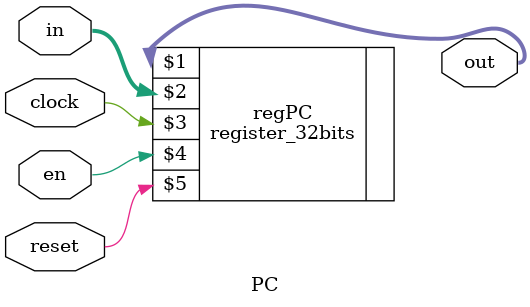
<source format=v>
module PC(out, in, clock, en, reset);

    input [31:0] in;
    input clock, en, reset;
    output [31:0] out;

    register_32bits regPC(out, in, clock, en, reset);
    
endmodule
</source>
